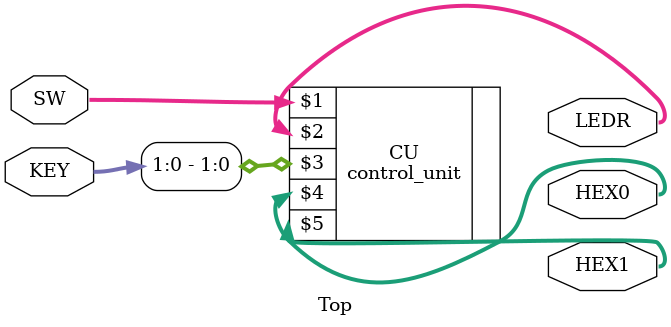
<source format=v>
module Top(SW, KEY, LEDR, HEX0, HEX1);
  input wire [9:0] SW;
  input wire [3:0] KEY;
  output wire [9:0] LEDR;
  output wire [6:0] HEX0;
  output wire [6:0] HEX1;

  control_unit CU (SW, LEDR, KEY[1:0], HEX0, HEX1);
endmodule

</source>
